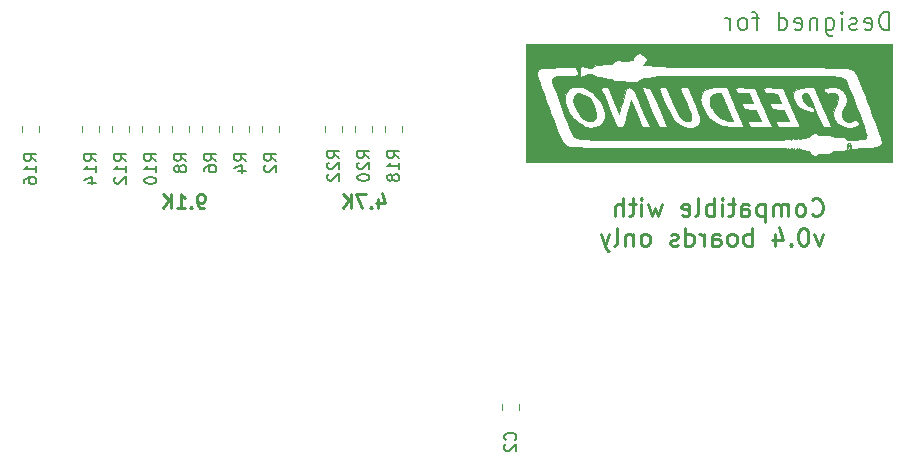
<source format=gbo>
G04 #@! TF.GenerationSoftware,KiCad,Pcbnew,(5.1.7)-1*
G04 #@! TF.CreationDate,2021-04-14T19:18:07-03:00*
G04 #@! TF.ProjectId,BlackPill Adaptor,426c6163-6b50-4696-9c6c-204164617074,rev?*
G04 #@! TF.SameCoordinates,Original*
G04 #@! TF.FileFunction,Legend,Bot*
G04 #@! TF.FilePolarity,Positive*
%FSLAX46Y46*%
G04 Gerber Fmt 4.6, Leading zero omitted, Abs format (unit mm)*
G04 Created by KiCad (PCBNEW (5.1.7)-1) date 2021-04-14 19:18:07*
%MOMM*%
%LPD*%
G01*
G04 APERTURE LIST*
%ADD10C,0.250000*%
%ADD11C,0.200000*%
%ADD12C,0.010000*%
%ADD13C,0.120000*%
%ADD14C,0.150000*%
G04 APERTURE END LIST*
D10*
X186010285Y-98853714D02*
X186081714Y-98925142D01*
X186296000Y-98996571D01*
X186438857Y-98996571D01*
X186653142Y-98925142D01*
X186796000Y-98782285D01*
X186867428Y-98639428D01*
X186938857Y-98353714D01*
X186938857Y-98139428D01*
X186867428Y-97853714D01*
X186796000Y-97710857D01*
X186653142Y-97568000D01*
X186438857Y-97496571D01*
X186296000Y-97496571D01*
X186081714Y-97568000D01*
X186010285Y-97639428D01*
X185153142Y-98996571D02*
X185296000Y-98925142D01*
X185367428Y-98853714D01*
X185438857Y-98710857D01*
X185438857Y-98282285D01*
X185367428Y-98139428D01*
X185296000Y-98068000D01*
X185153142Y-97996571D01*
X184938857Y-97996571D01*
X184796000Y-98068000D01*
X184724571Y-98139428D01*
X184653142Y-98282285D01*
X184653142Y-98710857D01*
X184724571Y-98853714D01*
X184796000Y-98925142D01*
X184938857Y-98996571D01*
X185153142Y-98996571D01*
X184010285Y-98996571D02*
X184010285Y-97996571D01*
X184010285Y-98139428D02*
X183938857Y-98068000D01*
X183796000Y-97996571D01*
X183581714Y-97996571D01*
X183438857Y-98068000D01*
X183367428Y-98210857D01*
X183367428Y-98996571D01*
X183367428Y-98210857D02*
X183296000Y-98068000D01*
X183153142Y-97996571D01*
X182938857Y-97996571D01*
X182796000Y-98068000D01*
X182724571Y-98210857D01*
X182724571Y-98996571D01*
X182010285Y-97996571D02*
X182010285Y-99496571D01*
X182010285Y-98068000D02*
X181867428Y-97996571D01*
X181581714Y-97996571D01*
X181438857Y-98068000D01*
X181367428Y-98139428D01*
X181296000Y-98282285D01*
X181296000Y-98710857D01*
X181367428Y-98853714D01*
X181438857Y-98925142D01*
X181581714Y-98996571D01*
X181867428Y-98996571D01*
X182010285Y-98925142D01*
X180010285Y-98996571D02*
X180010285Y-98210857D01*
X180081714Y-98068000D01*
X180224571Y-97996571D01*
X180510285Y-97996571D01*
X180653142Y-98068000D01*
X180010285Y-98925142D02*
X180153142Y-98996571D01*
X180510285Y-98996571D01*
X180653142Y-98925142D01*
X180724571Y-98782285D01*
X180724571Y-98639428D01*
X180653142Y-98496571D01*
X180510285Y-98425142D01*
X180153142Y-98425142D01*
X180010285Y-98353714D01*
X179510285Y-97996571D02*
X178938857Y-97996571D01*
X179296000Y-97496571D02*
X179296000Y-98782285D01*
X179224571Y-98925142D01*
X179081714Y-98996571D01*
X178938857Y-98996571D01*
X178438857Y-98996571D02*
X178438857Y-97996571D01*
X178438857Y-97496571D02*
X178510285Y-97568000D01*
X178438857Y-97639428D01*
X178367428Y-97568000D01*
X178438857Y-97496571D01*
X178438857Y-97639428D01*
X177724571Y-98996571D02*
X177724571Y-97496571D01*
X177724571Y-98068000D02*
X177581714Y-97996571D01*
X177296000Y-97996571D01*
X177153142Y-98068000D01*
X177081714Y-98139428D01*
X177010285Y-98282285D01*
X177010285Y-98710857D01*
X177081714Y-98853714D01*
X177153142Y-98925142D01*
X177296000Y-98996571D01*
X177581714Y-98996571D01*
X177724571Y-98925142D01*
X176153142Y-98996571D02*
X176296000Y-98925142D01*
X176367428Y-98782285D01*
X176367428Y-97496571D01*
X175010285Y-98925142D02*
X175153142Y-98996571D01*
X175438857Y-98996571D01*
X175581714Y-98925142D01*
X175653142Y-98782285D01*
X175653142Y-98210857D01*
X175581714Y-98068000D01*
X175438857Y-97996571D01*
X175153142Y-97996571D01*
X175010285Y-98068000D01*
X174938857Y-98210857D01*
X174938857Y-98353714D01*
X175653142Y-98496571D01*
X173296000Y-97996571D02*
X173010285Y-98996571D01*
X172724571Y-98282285D01*
X172438857Y-98996571D01*
X172153142Y-97996571D01*
X171581714Y-98996571D02*
X171581714Y-97996571D01*
X171581714Y-97496571D02*
X171653142Y-97568000D01*
X171581714Y-97639428D01*
X171510285Y-97568000D01*
X171581714Y-97496571D01*
X171581714Y-97639428D01*
X171081714Y-97996571D02*
X170510285Y-97996571D01*
X170867428Y-97496571D02*
X170867428Y-98782285D01*
X170796000Y-98925142D01*
X170653142Y-98996571D01*
X170510285Y-98996571D01*
X170010285Y-98996571D02*
X170010285Y-97496571D01*
X169367428Y-98996571D02*
X169367428Y-98210857D01*
X169438857Y-98068000D01*
X169581714Y-97996571D01*
X169796000Y-97996571D01*
X169938857Y-98068000D01*
X170010285Y-98139428D01*
X186938857Y-100496571D02*
X186581714Y-101496571D01*
X186224571Y-100496571D01*
X185367428Y-99996571D02*
X185224571Y-99996571D01*
X185081714Y-100068000D01*
X185010285Y-100139428D01*
X184938857Y-100282285D01*
X184867428Y-100568000D01*
X184867428Y-100925142D01*
X184938857Y-101210857D01*
X185010285Y-101353714D01*
X185081714Y-101425142D01*
X185224571Y-101496571D01*
X185367428Y-101496571D01*
X185510285Y-101425142D01*
X185581714Y-101353714D01*
X185653142Y-101210857D01*
X185724571Y-100925142D01*
X185724571Y-100568000D01*
X185653142Y-100282285D01*
X185581714Y-100139428D01*
X185510285Y-100068000D01*
X185367428Y-99996571D01*
X184224571Y-101353714D02*
X184153142Y-101425142D01*
X184224571Y-101496571D01*
X184296000Y-101425142D01*
X184224571Y-101353714D01*
X184224571Y-101496571D01*
X182867428Y-100496571D02*
X182867428Y-101496571D01*
X183224571Y-99925142D02*
X183581714Y-100996571D01*
X182653142Y-100996571D01*
X180938857Y-101496571D02*
X180938857Y-99996571D01*
X180938857Y-100568000D02*
X180796000Y-100496571D01*
X180510285Y-100496571D01*
X180367428Y-100568000D01*
X180296000Y-100639428D01*
X180224571Y-100782285D01*
X180224571Y-101210857D01*
X180296000Y-101353714D01*
X180367428Y-101425142D01*
X180510285Y-101496571D01*
X180796000Y-101496571D01*
X180938857Y-101425142D01*
X179367428Y-101496571D02*
X179510285Y-101425142D01*
X179581714Y-101353714D01*
X179653142Y-101210857D01*
X179653142Y-100782285D01*
X179581714Y-100639428D01*
X179510285Y-100568000D01*
X179367428Y-100496571D01*
X179153142Y-100496571D01*
X179010285Y-100568000D01*
X178938857Y-100639428D01*
X178867428Y-100782285D01*
X178867428Y-101210857D01*
X178938857Y-101353714D01*
X179010285Y-101425142D01*
X179153142Y-101496571D01*
X179367428Y-101496571D01*
X177581714Y-101496571D02*
X177581714Y-100710857D01*
X177653142Y-100568000D01*
X177796000Y-100496571D01*
X178081714Y-100496571D01*
X178224571Y-100568000D01*
X177581714Y-101425142D02*
X177724571Y-101496571D01*
X178081714Y-101496571D01*
X178224571Y-101425142D01*
X178296000Y-101282285D01*
X178296000Y-101139428D01*
X178224571Y-100996571D01*
X178081714Y-100925142D01*
X177724571Y-100925142D01*
X177581714Y-100853714D01*
X176867428Y-101496571D02*
X176867428Y-100496571D01*
X176867428Y-100782285D02*
X176796000Y-100639428D01*
X176724571Y-100568000D01*
X176581714Y-100496571D01*
X176438857Y-100496571D01*
X175296000Y-101496571D02*
X175296000Y-99996571D01*
X175296000Y-101425142D02*
X175438857Y-101496571D01*
X175724571Y-101496571D01*
X175867428Y-101425142D01*
X175938857Y-101353714D01*
X176010285Y-101210857D01*
X176010285Y-100782285D01*
X175938857Y-100639428D01*
X175867428Y-100568000D01*
X175724571Y-100496571D01*
X175438857Y-100496571D01*
X175296000Y-100568000D01*
X174653142Y-101425142D02*
X174510285Y-101496571D01*
X174224571Y-101496571D01*
X174081714Y-101425142D01*
X174010285Y-101282285D01*
X174010285Y-101210857D01*
X174081714Y-101068000D01*
X174224571Y-100996571D01*
X174438857Y-100996571D01*
X174581714Y-100925142D01*
X174653142Y-100782285D01*
X174653142Y-100710857D01*
X174581714Y-100568000D01*
X174438857Y-100496571D01*
X174224571Y-100496571D01*
X174081714Y-100568000D01*
X172010285Y-101496571D02*
X172153142Y-101425142D01*
X172224571Y-101353714D01*
X172296000Y-101210857D01*
X172296000Y-100782285D01*
X172224571Y-100639428D01*
X172153142Y-100568000D01*
X172010285Y-100496571D01*
X171796000Y-100496571D01*
X171653142Y-100568000D01*
X171581714Y-100639428D01*
X171510285Y-100782285D01*
X171510285Y-101210857D01*
X171581714Y-101353714D01*
X171653142Y-101425142D01*
X171796000Y-101496571D01*
X172010285Y-101496571D01*
X170867428Y-100496571D02*
X170867428Y-101496571D01*
X170867428Y-100639428D02*
X170796000Y-100568000D01*
X170653142Y-100496571D01*
X170438857Y-100496571D01*
X170296000Y-100568000D01*
X170224571Y-100710857D01*
X170224571Y-101496571D01*
X169296000Y-101496571D02*
X169438857Y-101425142D01*
X169510285Y-101282285D01*
X169510285Y-99996571D01*
X168867428Y-100496571D02*
X168510285Y-101496571D01*
X168153142Y-100496571D02*
X168510285Y-101496571D01*
X168653142Y-101853714D01*
X168724571Y-101925142D01*
X168867428Y-101996571D01*
X149310571Y-97532857D02*
X149310571Y-98332857D01*
X149596285Y-97075714D02*
X149882000Y-97932857D01*
X149139142Y-97932857D01*
X148682000Y-98218571D02*
X148624857Y-98275714D01*
X148682000Y-98332857D01*
X148739142Y-98275714D01*
X148682000Y-98218571D01*
X148682000Y-98332857D01*
X148224857Y-97132857D02*
X147424857Y-97132857D01*
X147939142Y-98332857D01*
X146967714Y-98332857D02*
X146967714Y-97132857D01*
X146282000Y-98332857D02*
X146796285Y-97647142D01*
X146282000Y-97132857D02*
X146967714Y-97818571D01*
D11*
X192552857Y-83228571D02*
X192552857Y-81728571D01*
X192195714Y-81728571D01*
X191981428Y-81800000D01*
X191838571Y-81942857D01*
X191767142Y-82085714D01*
X191695714Y-82371428D01*
X191695714Y-82585714D01*
X191767142Y-82871428D01*
X191838571Y-83014285D01*
X191981428Y-83157142D01*
X192195714Y-83228571D01*
X192552857Y-83228571D01*
X190481428Y-83157142D02*
X190624285Y-83228571D01*
X190910000Y-83228571D01*
X191052857Y-83157142D01*
X191124285Y-83014285D01*
X191124285Y-82442857D01*
X191052857Y-82300000D01*
X190910000Y-82228571D01*
X190624285Y-82228571D01*
X190481428Y-82300000D01*
X190410000Y-82442857D01*
X190410000Y-82585714D01*
X191124285Y-82728571D01*
X189838571Y-83157142D02*
X189695714Y-83228571D01*
X189410000Y-83228571D01*
X189267142Y-83157142D01*
X189195714Y-83014285D01*
X189195714Y-82942857D01*
X189267142Y-82800000D01*
X189410000Y-82728571D01*
X189624285Y-82728571D01*
X189767142Y-82657142D01*
X189838571Y-82514285D01*
X189838571Y-82442857D01*
X189767142Y-82300000D01*
X189624285Y-82228571D01*
X189410000Y-82228571D01*
X189267142Y-82300000D01*
X188552857Y-83228571D02*
X188552857Y-82228571D01*
X188552857Y-81728571D02*
X188624285Y-81800000D01*
X188552857Y-81871428D01*
X188481428Y-81800000D01*
X188552857Y-81728571D01*
X188552857Y-81871428D01*
X187195714Y-82228571D02*
X187195714Y-83442857D01*
X187267142Y-83585714D01*
X187338571Y-83657142D01*
X187481428Y-83728571D01*
X187695714Y-83728571D01*
X187838571Y-83657142D01*
X187195714Y-83157142D02*
X187338571Y-83228571D01*
X187624285Y-83228571D01*
X187767142Y-83157142D01*
X187838571Y-83085714D01*
X187910000Y-82942857D01*
X187910000Y-82514285D01*
X187838571Y-82371428D01*
X187767142Y-82300000D01*
X187624285Y-82228571D01*
X187338571Y-82228571D01*
X187195714Y-82300000D01*
X186481428Y-82228571D02*
X186481428Y-83228571D01*
X186481428Y-82371428D02*
X186410000Y-82300000D01*
X186267142Y-82228571D01*
X186052857Y-82228571D01*
X185910000Y-82300000D01*
X185838571Y-82442857D01*
X185838571Y-83228571D01*
X184552857Y-83157142D02*
X184695714Y-83228571D01*
X184981428Y-83228571D01*
X185124285Y-83157142D01*
X185195714Y-83014285D01*
X185195714Y-82442857D01*
X185124285Y-82300000D01*
X184981428Y-82228571D01*
X184695714Y-82228571D01*
X184552857Y-82300000D01*
X184481428Y-82442857D01*
X184481428Y-82585714D01*
X185195714Y-82728571D01*
X183195714Y-83228571D02*
X183195714Y-81728571D01*
X183195714Y-83157142D02*
X183338571Y-83228571D01*
X183624285Y-83228571D01*
X183767142Y-83157142D01*
X183838571Y-83085714D01*
X183910000Y-82942857D01*
X183910000Y-82514285D01*
X183838571Y-82371428D01*
X183767142Y-82300000D01*
X183624285Y-82228571D01*
X183338571Y-82228571D01*
X183195714Y-82300000D01*
X181552857Y-82228571D02*
X180981428Y-82228571D01*
X181338571Y-83228571D02*
X181338571Y-81942857D01*
X181267142Y-81800000D01*
X181124285Y-81728571D01*
X180981428Y-81728571D01*
X180267142Y-83228571D02*
X180410000Y-83157142D01*
X180481428Y-83085714D01*
X180552857Y-82942857D01*
X180552857Y-82514285D01*
X180481428Y-82371428D01*
X180410000Y-82300000D01*
X180267142Y-82228571D01*
X180052857Y-82228571D01*
X179910000Y-82300000D01*
X179838571Y-82371428D01*
X179767142Y-82514285D01*
X179767142Y-82942857D01*
X179838571Y-83085714D01*
X179910000Y-83157142D01*
X180052857Y-83228571D01*
X180267142Y-83228571D01*
X179124285Y-83228571D02*
X179124285Y-82228571D01*
X179124285Y-82514285D02*
X179052857Y-82371428D01*
X178981428Y-82300000D01*
X178838571Y-82228571D01*
X178695714Y-82228571D01*
D10*
X134527714Y-98332857D02*
X134299142Y-98332857D01*
X134184857Y-98275714D01*
X134127714Y-98218571D01*
X134013428Y-98047142D01*
X133956285Y-97818571D01*
X133956285Y-97361428D01*
X134013428Y-97247142D01*
X134070571Y-97190000D01*
X134184857Y-97132857D01*
X134413428Y-97132857D01*
X134527714Y-97190000D01*
X134584857Y-97247142D01*
X134642000Y-97361428D01*
X134642000Y-97647142D01*
X134584857Y-97761428D01*
X134527714Y-97818571D01*
X134413428Y-97875714D01*
X134184857Y-97875714D01*
X134070571Y-97818571D01*
X134013428Y-97761428D01*
X133956285Y-97647142D01*
X133442000Y-98218571D02*
X133384857Y-98275714D01*
X133442000Y-98332857D01*
X133499142Y-98275714D01*
X133442000Y-98218571D01*
X133442000Y-98332857D01*
X132242000Y-98332857D02*
X132927714Y-98332857D01*
X132584857Y-98332857D02*
X132584857Y-97132857D01*
X132699142Y-97304285D01*
X132813428Y-97418571D01*
X132927714Y-97475714D01*
X131727714Y-98332857D02*
X131727714Y-97132857D01*
X131042000Y-98332857D02*
X131556285Y-97647142D01*
X131042000Y-97132857D02*
X131727714Y-97818571D01*
D12*
G36*
X177692660Y-88638163D02*
G01*
X177480983Y-88791998D01*
X177383196Y-89060244D01*
X177373936Y-89211072D01*
X177412291Y-89524831D01*
X177507112Y-89834556D01*
X177532979Y-89890151D01*
X177786296Y-90255278D01*
X178130707Y-90573298D01*
X178522418Y-90814114D01*
X178917637Y-90947633D01*
X179096726Y-90964774D01*
X179324666Y-90964774D01*
X178316194Y-88591844D01*
X178027167Y-88590244D01*
X177692660Y-88638163D01*
G37*
X177692660Y-88638163D02*
X177480983Y-88791998D01*
X177383196Y-89060244D01*
X177373936Y-89211072D01*
X177412291Y-89524831D01*
X177507112Y-89834556D01*
X177532979Y-89890151D01*
X177786296Y-90255278D01*
X178130707Y-90573298D01*
X178522418Y-90814114D01*
X178917637Y-90947633D01*
X179096726Y-90964774D01*
X179324666Y-90964774D01*
X178316194Y-88591844D01*
X178027167Y-88590244D01*
X177692660Y-88638163D01*
G36*
X166042850Y-88658964D02*
G01*
X165955090Y-88761455D01*
X165853776Y-88960348D01*
X165831389Y-89184341D01*
X165889421Y-89475233D01*
X165991268Y-89774914D01*
X166205613Y-90219623D01*
X166471703Y-90573659D01*
X166768934Y-90823030D01*
X167076701Y-90953747D01*
X167374401Y-90951817D01*
X167580143Y-90853833D01*
X167698554Y-90672961D01*
X167729843Y-90396076D01*
X167684340Y-90058909D01*
X167572376Y-89697193D01*
X167404283Y-89346658D01*
X167190390Y-89043036D01*
X167005805Y-88867353D01*
X166742918Y-88717081D01*
X166454414Y-88620642D01*
X166408803Y-88612935D01*
X166181886Y-88600971D01*
X166042850Y-88658964D01*
G37*
X166042850Y-88658964D02*
X165955090Y-88761455D01*
X165853776Y-88960348D01*
X165831389Y-89184341D01*
X165889421Y-89475233D01*
X165991268Y-89774914D01*
X166205613Y-90219623D01*
X166471703Y-90573659D01*
X166768934Y-90823030D01*
X167076701Y-90953747D01*
X167374401Y-90951817D01*
X167580143Y-90853833D01*
X167698554Y-90672961D01*
X167729843Y-90396076D01*
X167684340Y-90058909D01*
X167572376Y-89697193D01*
X167404283Y-89346658D01*
X167190390Y-89043036D01*
X167005805Y-88867353D01*
X166742918Y-88717081D01*
X166454414Y-88620642D01*
X166408803Y-88612935D01*
X166181886Y-88600971D01*
X166042850Y-88658964D01*
G36*
X184939312Y-93286280D02*
G01*
X184950559Y-93334990D01*
X184993936Y-93340903D01*
X185061378Y-93310924D01*
X185048559Y-93286280D01*
X184951321Y-93276474D01*
X184939312Y-93286280D01*
G37*
X184939312Y-93286280D02*
X184950559Y-93334990D01*
X184993936Y-93340903D01*
X185061378Y-93310924D01*
X185048559Y-93286280D01*
X184951321Y-93276474D01*
X184939312Y-93286280D01*
G36*
X189070860Y-92851854D02*
G01*
X189028571Y-93031032D01*
X189013114Y-93299936D01*
X189130782Y-93054129D01*
X189237748Y-92830679D01*
X189162439Y-92780665D01*
X189070860Y-92851854D01*
G37*
X189070860Y-92851854D02*
X189028571Y-93031032D01*
X189013114Y-93299936D01*
X189130782Y-93054129D01*
X189237748Y-92830679D01*
X189162439Y-92780665D01*
X189070860Y-92851854D01*
G36*
X161806194Y-94406065D02*
G01*
X192777806Y-94406065D01*
X192777806Y-92845032D01*
X191940025Y-92845032D01*
X191872984Y-92987443D01*
X191716291Y-93091115D01*
X191452098Y-93163050D01*
X191062556Y-93210250D01*
X190529817Y-93239716D01*
X190441504Y-93242869D01*
X189349421Y-93279907D01*
X189322485Y-93044815D01*
X189260275Y-92845640D01*
X189246711Y-92836632D01*
X189231032Y-93091877D01*
X189201291Y-93260949D01*
X189118565Y-93374706D01*
X188955655Y-93444350D01*
X188685362Y-93481083D01*
X188280488Y-93496107D01*
X188248299Y-93496607D01*
X187921022Y-93512659D01*
X187729703Y-93552779D01*
X187647456Y-93622738D01*
X187646213Y-93625823D01*
X187581447Y-93691701D01*
X187430361Y-93723577D01*
X187160380Y-93726602D01*
X187037549Y-93722053D01*
X186707321Y-93718096D01*
X186514348Y-93744412D01*
X186434236Y-93804386D01*
X186433659Y-93805844D01*
X186327372Y-93905801D01*
X186158783Y-93884624D01*
X185964985Y-93751460D01*
X185891382Y-93672115D01*
X185744741Y-93523702D01*
X185583813Y-93450896D01*
X185341996Y-93427474D01*
X185267054Y-93426308D01*
X184991239Y-93404598D01*
X184824249Y-93350372D01*
X184795925Y-93320419D01*
X184742115Y-93260164D01*
X184700333Y-93320419D01*
X184606818Y-93415011D01*
X184572595Y-93422839D01*
X184530036Y-93372238D01*
X184543290Y-93340903D01*
X184536794Y-93265401D01*
X184507158Y-93258968D01*
X184423722Y-93318446D01*
X184420387Y-93340903D01*
X184357399Y-93419690D01*
X184333616Y-93422839D01*
X184284681Y-93372642D01*
X184297484Y-93340903D01*
X184290988Y-93265401D01*
X184261352Y-93258968D01*
X184179916Y-93323680D01*
X184173326Y-93361387D01*
X184144821Y-93404323D01*
X184091391Y-93340903D01*
X184014263Y-93259196D01*
X183940958Y-93324508D01*
X183930029Y-93340903D01*
X183862819Y-93407767D01*
X183848093Y-93361387D01*
X183808529Y-93272550D01*
X183785387Y-93268671D01*
X183682968Y-93267407D01*
X183597236Y-93265774D01*
X183358157Y-93263872D01*
X182976252Y-93261733D01*
X182462043Y-93259395D01*
X181826055Y-93256892D01*
X181078808Y-93254258D01*
X180230826Y-93251530D01*
X179292632Y-93248741D01*
X178274747Y-93245928D01*
X177187694Y-93243125D01*
X176041996Y-93240368D01*
X174848176Y-93237691D01*
X174629097Y-93237220D01*
X173217544Y-93234109D01*
X171960554Y-93231024D01*
X170848821Y-93227797D01*
X169873036Y-93224257D01*
X169023893Y-93220237D01*
X168292084Y-93215565D01*
X167668302Y-93210072D01*
X167143238Y-93203589D01*
X166707587Y-93195947D01*
X166352041Y-93186975D01*
X166067291Y-93176504D01*
X165844032Y-93164366D01*
X165672955Y-93150389D01*
X165544753Y-93134406D01*
X165450119Y-93116245D01*
X165379746Y-93095738D01*
X165324326Y-93072715D01*
X165313734Y-93067554D01*
X165085413Y-92922539D01*
X164908757Y-92757087D01*
X164886466Y-92726627D01*
X164819364Y-92591610D01*
X164706506Y-92327677D01*
X164555928Y-91956284D01*
X164375664Y-91498885D01*
X164173748Y-90976938D01*
X163958216Y-90411897D01*
X163737101Y-89825218D01*
X163518440Y-89238357D01*
X163310266Y-88672769D01*
X163120614Y-88149910D01*
X162957519Y-87691235D01*
X162829016Y-87318200D01*
X162743140Y-87052261D01*
X162707924Y-86914873D01*
X162707484Y-86907960D01*
X162727336Y-86759513D01*
X162799464Y-86644897D01*
X162942730Y-86558882D01*
X163175993Y-86496237D01*
X163518112Y-86451734D01*
X163987949Y-86420141D01*
X164546210Y-86398079D01*
X165982932Y-86351656D01*
X166106821Y-86648164D01*
X166186860Y-86859871D01*
X166228865Y-87010287D01*
X166230710Y-87029239D01*
X166151453Y-87069132D01*
X165923734Y-87097151D01*
X165562627Y-87111875D01*
X165334753Y-87113806D01*
X164828000Y-87122061D01*
X164463994Y-87150665D01*
X164222264Y-87205375D01*
X164082338Y-87291952D01*
X164023743Y-87416153D01*
X164018452Y-87484069D01*
X164046764Y-87610820D01*
X164125631Y-87865489D01*
X164245954Y-88223369D01*
X164398628Y-88659754D01*
X164574554Y-89149935D01*
X164764629Y-89669205D01*
X164959752Y-90192858D01*
X165150820Y-90696186D01*
X165328733Y-91154481D01*
X165484388Y-91543037D01*
X165608684Y-91837145D01*
X165672706Y-91974682D01*
X165715615Y-92066025D01*
X165753172Y-92147389D01*
X165794581Y-92219373D01*
X165849043Y-92282577D01*
X165925760Y-92337601D01*
X166033935Y-92385043D01*
X166182770Y-92425503D01*
X166381468Y-92459580D01*
X166639230Y-92487875D01*
X166965260Y-92510987D01*
X167368759Y-92529515D01*
X167858929Y-92544058D01*
X168444974Y-92555217D01*
X169136095Y-92563590D01*
X169941495Y-92569777D01*
X170870376Y-92574379D01*
X171931940Y-92577993D01*
X173135389Y-92581220D01*
X174489927Y-92584659D01*
X175059258Y-92586182D01*
X176561675Y-92589553D01*
X177929229Y-92591067D01*
X179158903Y-92590744D01*
X180247680Y-92588604D01*
X181192542Y-92584666D01*
X181990472Y-92578951D01*
X182638452Y-92571477D01*
X183133465Y-92562263D01*
X183472493Y-92551331D01*
X183652519Y-92538699D01*
X183682968Y-92530156D01*
X183751137Y-92483285D01*
X183887806Y-92487609D01*
X184052398Y-92482694D01*
X184093900Y-92420731D01*
X184120296Y-92373938D01*
X184175835Y-92439613D01*
X184252963Y-92521320D01*
X184326268Y-92456009D01*
X184337197Y-92439613D01*
X184403341Y-92378362D01*
X184419132Y-92408887D01*
X184490214Y-92478187D01*
X184625226Y-92501065D01*
X184779655Y-92469502D01*
X184831319Y-92408887D01*
X184868210Y-92385126D01*
X184919493Y-92439613D01*
X185001260Y-92513801D01*
X185047969Y-92460097D01*
X185150050Y-92393423D01*
X185351331Y-92359071D01*
X185404494Y-92357677D01*
X185665539Y-92321641D01*
X185847206Y-92192753D01*
X185880587Y-92152839D01*
X186034228Y-92024723D01*
X186217598Y-91954850D01*
X186378549Y-91951957D01*
X186464932Y-92024779D01*
X186468774Y-92054303D01*
X186513225Y-92111974D01*
X186663722Y-92136059D01*
X186945979Y-92129994D01*
X187007787Y-92126283D01*
X187344947Y-92120383D01*
X187569574Y-92149684D01*
X187638690Y-92183852D01*
X187764479Y-92232131D01*
X187999372Y-92265411D01*
X188246774Y-92275742D01*
X188562108Y-92287808D01*
X188765636Y-92332416D01*
X188908208Y-92422177D01*
X188933231Y-92446005D01*
X189035763Y-92531750D01*
X189156188Y-92576539D01*
X189338652Y-92586608D01*
X189627306Y-92568197D01*
X189732101Y-92558885D01*
X190141350Y-92511784D01*
X190411945Y-92452042D01*
X190569093Y-92368641D01*
X190638004Y-92250562D01*
X190647484Y-92158783D01*
X190618083Y-92023372D01*
X190536134Y-91760775D01*
X190411020Y-91395524D01*
X190340230Y-91197994D01*
X190098593Y-91197994D01*
X189819974Y-91367852D01*
X189434583Y-91510556D01*
X188997699Y-91514915D01*
X188800273Y-91456387D01*
X184979559Y-91456387D01*
X184042461Y-91456387D01*
X182610505Y-91456387D01*
X181669870Y-91456387D01*
X180242147Y-91456387D01*
X179473827Y-91456387D01*
X179016509Y-91440774D01*
X178626451Y-91397496D01*
X178366563Y-91336801D01*
X177807472Y-91060682D01*
X177535861Y-90838802D01*
X176570067Y-90838802D01*
X176560101Y-91044885D01*
X176491433Y-91199716D01*
X176366711Y-91322491D01*
X176281927Y-91379220D01*
X175917208Y-91511169D01*
X175494079Y-91516257D01*
X175279924Y-91456387D01*
X173754398Y-91456387D01*
X173052977Y-91456387D01*
X172286634Y-91456387D01*
X171662809Y-91456387D01*
X171179501Y-90315021D01*
X170696194Y-89173654D01*
X170524970Y-89843892D01*
X170384966Y-90388027D01*
X170275848Y-90793572D01*
X170188626Y-91080882D01*
X170114307Y-91270309D01*
X170043899Y-91382210D01*
X169968411Y-91436937D01*
X169878852Y-91454846D01*
X169812639Y-91456387D01*
X169548179Y-91456387D01*
X169025353Y-90246773D01*
X168479825Y-90246773D01*
X168476479Y-90666229D01*
X168351200Y-91030686D01*
X168101917Y-91318413D01*
X168017737Y-91377219D01*
X167685114Y-91498640D01*
X167276642Y-91514010D01*
X166840014Y-91424940D01*
X166599419Y-91329299D01*
X166207025Y-91075613D01*
X165822557Y-90709379D01*
X165491530Y-90277550D01*
X165359484Y-90050170D01*
X165206173Y-89688961D01*
X165138699Y-89329128D01*
X165129148Y-89102520D01*
X165134363Y-88809823D01*
X165170392Y-88619262D01*
X165258030Y-88469408D01*
X165392649Y-88324133D01*
X165557701Y-88174376D01*
X165710865Y-88094067D01*
X165913657Y-88062148D01*
X166172026Y-88057338D01*
X166643802Y-88112371D01*
X167073892Y-88285284D01*
X167492689Y-88591555D01*
X167779014Y-88875721D01*
X168129019Y-89329788D01*
X168363314Y-89794049D01*
X168479825Y-90246773D01*
X169025353Y-90246773D01*
X168852186Y-89846133D01*
X168645221Y-89367018D01*
X168460182Y-88938126D01*
X168306983Y-88582484D01*
X168195539Y-88323117D01*
X168135766Y-88183049D01*
X168128882Y-88166456D01*
X168182833Y-88122797D01*
X168350828Y-88099389D01*
X168415656Y-88098082D01*
X168729742Y-88099131D01*
X169698004Y-90395107D01*
X169890070Y-89635263D01*
X169991434Y-89247767D01*
X170096050Y-88869943D01*
X170186299Y-88564744D01*
X170212918Y-88481639D01*
X170298601Y-88248980D01*
X170378936Y-88136486D01*
X170493008Y-88106590D01*
X170596513Y-88112930D01*
X170671362Y-88125793D01*
X170741356Y-88158239D01*
X170814068Y-88224793D01*
X170897069Y-88339981D01*
X170997933Y-88518328D01*
X171124231Y-88774359D01*
X171283535Y-89122601D01*
X171483418Y-89577578D01*
X171731451Y-90153816D01*
X172035208Y-90865840D01*
X172051167Y-90903323D01*
X172286634Y-91456387D01*
X173052977Y-91456387D01*
X172345714Y-89819289D01*
X172138671Y-89337966D01*
X171955550Y-88908276D01*
X171805752Y-88552606D01*
X171698678Y-88293349D01*
X171643731Y-88152892D01*
X171638452Y-88134900D01*
X171711105Y-88111250D01*
X171893684Y-88107897D01*
X171982927Y-88112805D01*
X172327403Y-88138000D01*
X173040900Y-89797194D01*
X173754398Y-91456387D01*
X175279924Y-91456387D01*
X175058021Y-91394351D01*
X175032153Y-91382864D01*
X174752502Y-91229806D01*
X174508051Y-91030373D01*
X174281501Y-90761317D01*
X174055552Y-90399387D01*
X173812905Y-89921332D01*
X173607710Y-89468388D01*
X173428605Y-89059151D01*
X173271403Y-88699029D01*
X173148532Y-88416564D01*
X173072420Y-88240299D01*
X173055190Y-88199452D01*
X173084178Y-88128362D01*
X173255641Y-88098626D01*
X173336864Y-88097032D01*
X173659905Y-88097032D01*
X174139187Y-89223645D01*
X174414975Y-89835804D01*
X174662053Y-90301115D01*
X174890257Y-90632001D01*
X175109424Y-90840888D01*
X175329390Y-90940199D01*
X175505764Y-90949790D01*
X175675452Y-90907916D01*
X175774704Y-90810449D01*
X175802035Y-90640707D01*
X175755961Y-90382004D01*
X175634996Y-90017655D01*
X175437656Y-89530977D01*
X175364356Y-89360961D01*
X175194559Y-88970728D01*
X175046495Y-88630114D01*
X174933346Y-88369466D01*
X174868294Y-88219132D01*
X174859861Y-88199452D01*
X174884701Y-88131460D01*
X175045574Y-88100428D01*
X175175724Y-88097032D01*
X175535046Y-88097032D01*
X175969935Y-89118030D01*
X176221264Y-89721082D01*
X176403297Y-90196097D01*
X176518682Y-90562272D01*
X176570067Y-90838802D01*
X177535861Y-90838802D01*
X177325138Y-90666662D01*
X176944603Y-90182690D01*
X176690908Y-89636710D01*
X176628521Y-89397211D01*
X176581215Y-89105286D01*
X176586175Y-88898665D01*
X176647800Y-88705926D01*
X176674724Y-88647001D01*
X176831501Y-88408766D01*
X177054504Y-88245578D01*
X177370204Y-88147119D01*
X177805074Y-88103073D01*
X178082770Y-88098240D01*
X178807806Y-88099447D01*
X179422323Y-89538844D01*
X179621917Y-90006288D01*
X179805656Y-90436468D01*
X179961370Y-90800901D01*
X180076891Y-91071108D01*
X180139493Y-91217314D01*
X180242147Y-91456387D01*
X181669870Y-91456387D01*
X181265755Y-91455222D01*
X180995191Y-91447563D01*
X180827859Y-91427167D01*
X180733439Y-91387789D01*
X180681611Y-91323185D01*
X180649327Y-91246214D01*
X180590487Y-91079867D01*
X180569419Y-91000408D01*
X180644396Y-90982748D01*
X180841520Y-90970002D01*
X181119085Y-90964790D01*
X181136061Y-90964774D01*
X181702702Y-90964774D01*
X181485422Y-90473161D01*
X181268143Y-89981548D01*
X180797982Y-89981548D01*
X180527245Y-89974797D01*
X180368934Y-89940397D01*
X180271728Y-89857128D01*
X180199949Y-89734270D01*
X180121655Y-89562766D01*
X180127351Y-89479376D01*
X180196731Y-89439157D01*
X180353137Y-89415609D01*
X180592526Y-89414878D01*
X180675684Y-89420145D01*
X181029981Y-89448968D01*
X180692323Y-88588970D01*
X180178198Y-88588808D01*
X179893840Y-88583207D01*
X179729231Y-88556240D01*
X179640349Y-88492320D01*
X179584166Y-88378472D01*
X179525266Y-88211004D01*
X179504258Y-88129800D01*
X179580414Y-88115914D01*
X179786005Y-88108905D01*
X180086714Y-88109395D01*
X180339647Y-88114650D01*
X181175035Y-88138000D01*
X181640491Y-89203161D01*
X181836239Y-89652375D01*
X182034015Y-90108405D01*
X182211908Y-90520604D01*
X182348011Y-90838324D01*
X182358226Y-90862355D01*
X182610505Y-91456387D01*
X184042461Y-91456387D01*
X183639233Y-91455210D01*
X183369488Y-91447491D01*
X183202840Y-91426951D01*
X183108902Y-91387310D01*
X183057288Y-91322288D01*
X183025456Y-91246214D01*
X182966616Y-91079867D01*
X182945548Y-91000408D01*
X183020525Y-90982748D01*
X183217649Y-90970002D01*
X183495214Y-90964790D01*
X183512190Y-90964774D01*
X184078831Y-90964774D01*
X183861551Y-90473161D01*
X183644272Y-89981548D01*
X183174111Y-89981548D01*
X182903374Y-89974797D01*
X182745063Y-89940397D01*
X182647857Y-89857128D01*
X182576078Y-89734270D01*
X182497784Y-89562766D01*
X182503481Y-89479376D01*
X182572860Y-89439157D01*
X182728786Y-89415704D01*
X182968683Y-89414707D01*
X183056787Y-89420145D01*
X183416059Y-89448968D01*
X183236835Y-89039290D01*
X183057611Y-88629613D01*
X182547385Y-88605127D01*
X182262159Y-88584772D01*
X182096753Y-88546735D01*
X182007115Y-88473754D01*
X181958773Y-88374471D01*
X181900565Y-88208590D01*
X181880387Y-88129800D01*
X181956545Y-88115917D01*
X182162146Y-88108907D01*
X182462881Y-88109391D01*
X182716177Y-88114650D01*
X183551967Y-88138000D01*
X184265763Y-89797194D01*
X184979559Y-91456387D01*
X188800273Y-91456387D01*
X188553495Y-91383229D01*
X187602215Y-91383229D01*
X187546729Y-91426990D01*
X187374902Y-91452434D01*
X187274473Y-91455149D01*
X186919419Y-91453910D01*
X186305651Y-90021278D01*
X186083106Y-89506549D01*
X185910304Y-89125758D01*
X185774364Y-88861412D01*
X185662403Y-88696017D01*
X185561541Y-88612077D01*
X185458897Y-88592100D01*
X185341590Y-88618589D01*
X185287411Y-88638379D01*
X185164572Y-88754841D01*
X185149852Y-88940678D01*
X185224665Y-89161344D01*
X185370423Y-89382294D01*
X185568540Y-89568982D01*
X185800429Y-89686863D01*
X185859197Y-89701107D01*
X186046487Y-89749452D01*
X186139836Y-89799408D01*
X186142151Y-89806312D01*
X186162169Y-89918194D01*
X186195950Y-90055524D01*
X186218770Y-90176556D01*
X186174392Y-90223978D01*
X186025090Y-90215824D01*
X185900538Y-90196740D01*
X185413237Y-90056460D01*
X184995008Y-89814939D01*
X184674265Y-89495363D01*
X184479422Y-89120918D01*
X184452396Y-89014978D01*
X184429817Y-88665185D01*
X184526181Y-88405030D01*
X184749571Y-88227982D01*
X185108064Y-88127508D01*
X185587998Y-88097032D01*
X186190198Y-88097032D01*
X186882551Y-89703552D01*
X187088759Y-90182473D01*
X187273081Y-90611402D01*
X187425604Y-90967200D01*
X187536414Y-91226729D01*
X187595597Y-91366852D01*
X187602215Y-91383229D01*
X188553495Y-91383229D01*
X188550023Y-91382200D01*
X188183452Y-91134319D01*
X187920658Y-90787406D01*
X187808164Y-90471886D01*
X187799432Y-90279282D01*
X187855891Y-90046606D01*
X187989198Y-89729932D01*
X188024928Y-89655090D01*
X188178579Y-89303493D01*
X188246049Y-89052850D01*
X188239354Y-88881976D01*
X188111965Y-88671855D01*
X187891050Y-88556105D01*
X187630449Y-88557417D01*
X187542742Y-88588390D01*
X187387559Y-88633406D01*
X187255670Y-88581667D01*
X187135143Y-88472903D01*
X186928222Y-88265981D01*
X187228447Y-88140539D01*
X187597757Y-88032198D01*
X187941693Y-88045857D01*
X188323366Y-88184346D01*
X188335428Y-88190153D01*
X188671945Y-88420436D01*
X188904754Y-88719219D01*
X189006256Y-89049065D01*
X189008468Y-89103078D01*
X188972068Y-89293514D01*
X188876840Y-89564661D01*
X188758074Y-89827372D01*
X188593058Y-90222501D01*
X188551071Y-90524598D01*
X188634086Y-90751083D01*
X188844078Y-90919374D01*
X188884066Y-90939447D01*
X189081791Y-91018184D01*
X189235458Y-91013944D01*
X189425663Y-90932490D01*
X189611689Y-90850108D01*
X189730129Y-90855045D01*
X189858207Y-90957920D01*
X189898039Y-90997441D01*
X190098593Y-91197994D01*
X190340230Y-91197994D01*
X190252125Y-90952151D01*
X190068829Y-90455189D01*
X189870517Y-89929168D01*
X189666570Y-89398623D01*
X189466372Y-88888084D01*
X189279305Y-88422083D01*
X189114752Y-88025154D01*
X188982094Y-87721827D01*
X188890716Y-87536635D01*
X188864642Y-87497320D01*
X188808641Y-87434364D01*
X188752823Y-87378702D01*
X188687297Y-87329886D01*
X188602171Y-87287465D01*
X188487554Y-87250991D01*
X188333553Y-87220015D01*
X188130276Y-87194089D01*
X187867834Y-87172764D01*
X187536333Y-87155590D01*
X187125881Y-87142119D01*
X186626588Y-87131902D01*
X186028562Y-87124490D01*
X185321910Y-87119434D01*
X184496742Y-87116285D01*
X183543165Y-87114595D01*
X182451288Y-87113915D01*
X181211219Y-87113796D01*
X180413016Y-87113806D01*
X178938810Y-87114671D01*
X177613727Y-87117254D01*
X176439427Y-87121538D01*
X175417570Y-87127506D01*
X174549816Y-87135139D01*
X173837823Y-87144421D01*
X173283253Y-87155335D01*
X172887764Y-87167862D01*
X172653016Y-87181986D01*
X172580710Y-87195742D01*
X172476417Y-87241867D01*
X172263704Y-87271586D01*
X172096226Y-87277677D01*
X171800397Y-87295821D01*
X171596930Y-87364621D01*
X171441356Y-87482516D01*
X171209273Y-87635367D01*
X170919775Y-87686650D01*
X170869499Y-87687355D01*
X170641077Y-87675716D01*
X170488603Y-87646537D01*
X170464577Y-87633265D01*
X170361249Y-87608868D01*
X170140975Y-87596021D01*
X169850437Y-87597357D01*
X169835949Y-87597810D01*
X169518420Y-87600422D01*
X169329429Y-87578728D01*
X169234663Y-87526688D01*
X169212132Y-87488028D01*
X169118177Y-87401485D01*
X168904684Y-87363227D01*
X168766779Y-87359613D01*
X168524095Y-87342679D01*
X168354986Y-87299655D01*
X168315961Y-87271038D01*
X168203722Y-87219997D01*
X168071832Y-87229997D01*
X167894693Y-87222866D01*
X167664197Y-87155340D01*
X167449095Y-87054256D01*
X167318137Y-86946449D01*
X167310672Y-86932887D01*
X167227212Y-86927854D01*
X167040397Y-86976679D01*
X166877478Y-87035307D01*
X166643349Y-87125018D01*
X166478856Y-87183246D01*
X166432515Y-87195742D01*
X166411735Y-87121615D01*
X166397956Y-86930407D01*
X166394581Y-86745097D01*
X166407211Y-86467450D01*
X166465083Y-86325100D01*
X166598173Y-86300278D01*
X166836452Y-86375215D01*
X166944283Y-86419228D01*
X167143901Y-86483418D01*
X167273655Y-86489768D01*
X167289878Y-86479012D01*
X167463811Y-86352127D01*
X167766877Y-86249083D01*
X168164963Y-86179428D01*
X168438699Y-86157469D01*
X168788485Y-86130661D01*
X169019928Y-86082543D01*
X169178268Y-86001560D01*
X169234730Y-85954145D01*
X169371920Y-85851531D01*
X169530795Y-85811424D01*
X169772894Y-85821520D01*
X169853515Y-85830433D01*
X170149045Y-85849781D01*
X170436836Y-85843565D01*
X170677110Y-85816147D01*
X170830091Y-85771891D01*
X170859554Y-85720077D01*
X170875881Y-85619280D01*
X170968454Y-85473428D01*
X171091715Y-85337820D01*
X171200108Y-85267755D01*
X171229674Y-85270814D01*
X171328856Y-85256531D01*
X171351082Y-85230254D01*
X171432395Y-85232997D01*
X171585934Y-85316712D01*
X171766992Y-85447568D01*
X171930860Y-85591734D01*
X172032829Y-85715379D01*
X172046652Y-85756590D01*
X171996431Y-85864818D01*
X171873252Y-86019379D01*
X171869976Y-86022880D01*
X171691822Y-86212516D01*
X172099395Y-86212516D01*
X172351829Y-86227517D01*
X172536915Y-86265685D01*
X172586558Y-86292106D01*
X172682023Y-86306085D01*
X172936620Y-86319340D01*
X173345610Y-86331813D01*
X173904256Y-86343446D01*
X174607818Y-86354179D01*
X175451559Y-86363955D01*
X176430741Y-86372715D01*
X177540625Y-86380399D01*
X178776474Y-86386949D01*
X180133549Y-86392307D01*
X180857945Y-86394526D01*
X182197483Y-86398325D01*
X183382938Y-86401954D01*
X184424098Y-86405628D01*
X185330749Y-86409562D01*
X186112680Y-86413973D01*
X186779677Y-86419075D01*
X187341529Y-86425086D01*
X187808022Y-86432221D01*
X188188944Y-86440694D01*
X188494083Y-86450723D01*
X188733226Y-86462523D01*
X188916160Y-86476309D01*
X189052673Y-86492297D01*
X189152552Y-86510704D01*
X189225586Y-86531744D01*
X189281560Y-86555634D01*
X189327951Y-86581226D01*
X189555981Y-86746173D01*
X189742720Y-86930956D01*
X189757358Y-86949936D01*
X189822179Y-87074980D01*
X189934657Y-87331938D01*
X190086373Y-87698747D01*
X190268907Y-88153341D01*
X190473837Y-88673659D01*
X190692746Y-89237635D01*
X190917211Y-89823207D01*
X191138814Y-90408310D01*
X191349134Y-90970882D01*
X191539751Y-91488858D01*
X191702246Y-91940175D01*
X191828198Y-92302768D01*
X191909187Y-92554576D01*
X191935264Y-92656879D01*
X191940025Y-92845032D01*
X192777806Y-92845032D01*
X192777806Y-84409936D01*
X161806194Y-84409936D01*
X161806194Y-94406065D01*
G37*
X161806194Y-94406065D02*
X192777806Y-94406065D01*
X192777806Y-92845032D01*
X191940025Y-92845032D01*
X191872984Y-92987443D01*
X191716291Y-93091115D01*
X191452098Y-93163050D01*
X191062556Y-93210250D01*
X190529817Y-93239716D01*
X190441504Y-93242869D01*
X189349421Y-93279907D01*
X189322485Y-93044815D01*
X189260275Y-92845640D01*
X189246711Y-92836632D01*
X189231032Y-93091877D01*
X189201291Y-93260949D01*
X189118565Y-93374706D01*
X188955655Y-93444350D01*
X188685362Y-93481083D01*
X188280488Y-93496107D01*
X188248299Y-93496607D01*
X187921022Y-93512659D01*
X187729703Y-93552779D01*
X187647456Y-93622738D01*
X187646213Y-93625823D01*
X187581447Y-93691701D01*
X187430361Y-93723577D01*
X187160380Y-93726602D01*
X187037549Y-93722053D01*
X186707321Y-93718096D01*
X186514348Y-93744412D01*
X186434236Y-93804386D01*
X186433659Y-93805844D01*
X186327372Y-93905801D01*
X186158783Y-93884624D01*
X185964985Y-93751460D01*
X185891382Y-93672115D01*
X185744741Y-93523702D01*
X185583813Y-93450896D01*
X185341996Y-93427474D01*
X185267054Y-93426308D01*
X184991239Y-93404598D01*
X184824249Y-93350372D01*
X184795925Y-93320419D01*
X184742115Y-93260164D01*
X184700333Y-93320419D01*
X184606818Y-93415011D01*
X184572595Y-93422839D01*
X184530036Y-93372238D01*
X184543290Y-93340903D01*
X184536794Y-93265401D01*
X184507158Y-93258968D01*
X184423722Y-93318446D01*
X184420387Y-93340903D01*
X184357399Y-93419690D01*
X184333616Y-93422839D01*
X184284681Y-93372642D01*
X184297484Y-93340903D01*
X184290988Y-93265401D01*
X184261352Y-93258968D01*
X184179916Y-93323680D01*
X184173326Y-93361387D01*
X184144821Y-93404323D01*
X184091391Y-93340903D01*
X184014263Y-93259196D01*
X183940958Y-93324508D01*
X183930029Y-93340903D01*
X183862819Y-93407767D01*
X183848093Y-93361387D01*
X183808529Y-93272550D01*
X183785387Y-93268671D01*
X183682968Y-93267407D01*
X183597236Y-93265774D01*
X183358157Y-93263872D01*
X182976252Y-93261733D01*
X182462043Y-93259395D01*
X181826055Y-93256892D01*
X181078808Y-93254258D01*
X180230826Y-93251530D01*
X179292632Y-93248741D01*
X178274747Y-93245928D01*
X177187694Y-93243125D01*
X176041996Y-93240368D01*
X174848176Y-93237691D01*
X174629097Y-93237220D01*
X173217544Y-93234109D01*
X171960554Y-93231024D01*
X170848821Y-93227797D01*
X169873036Y-93224257D01*
X169023893Y-93220237D01*
X168292084Y-93215565D01*
X167668302Y-93210072D01*
X167143238Y-93203589D01*
X166707587Y-93195947D01*
X166352041Y-93186975D01*
X166067291Y-93176504D01*
X165844032Y-93164366D01*
X165672955Y-93150389D01*
X165544753Y-93134406D01*
X165450119Y-93116245D01*
X165379746Y-93095738D01*
X165324326Y-93072715D01*
X165313734Y-93067554D01*
X165085413Y-92922539D01*
X164908757Y-92757087D01*
X164886466Y-92726627D01*
X164819364Y-92591610D01*
X164706506Y-92327677D01*
X164555928Y-91956284D01*
X164375664Y-91498885D01*
X164173748Y-90976938D01*
X163958216Y-90411897D01*
X163737101Y-89825218D01*
X163518440Y-89238357D01*
X163310266Y-88672769D01*
X163120614Y-88149910D01*
X162957519Y-87691235D01*
X162829016Y-87318200D01*
X162743140Y-87052261D01*
X162707924Y-86914873D01*
X162707484Y-86907960D01*
X162727336Y-86759513D01*
X162799464Y-86644897D01*
X162942730Y-86558882D01*
X163175993Y-86496237D01*
X163518112Y-86451734D01*
X163987949Y-86420141D01*
X164546210Y-86398079D01*
X165982932Y-86351656D01*
X166106821Y-86648164D01*
X166186860Y-86859871D01*
X166228865Y-87010287D01*
X166230710Y-87029239D01*
X166151453Y-87069132D01*
X165923734Y-87097151D01*
X165562627Y-87111875D01*
X165334753Y-87113806D01*
X164828000Y-87122061D01*
X164463994Y-87150665D01*
X164222264Y-87205375D01*
X164082338Y-87291952D01*
X164023743Y-87416153D01*
X164018452Y-87484069D01*
X164046764Y-87610820D01*
X164125631Y-87865489D01*
X164245954Y-88223369D01*
X164398628Y-88659754D01*
X164574554Y-89149935D01*
X164764629Y-89669205D01*
X164959752Y-90192858D01*
X165150820Y-90696186D01*
X165328733Y-91154481D01*
X165484388Y-91543037D01*
X165608684Y-91837145D01*
X165672706Y-91974682D01*
X165715615Y-92066025D01*
X165753172Y-92147389D01*
X165794581Y-92219373D01*
X165849043Y-92282577D01*
X165925760Y-92337601D01*
X166033935Y-92385043D01*
X166182770Y-92425503D01*
X166381468Y-92459580D01*
X166639230Y-92487875D01*
X166965260Y-92510987D01*
X167368759Y-92529515D01*
X167858929Y-92544058D01*
X168444974Y-92555217D01*
X169136095Y-92563590D01*
X169941495Y-92569777D01*
X170870376Y-92574379D01*
X171931940Y-92577993D01*
X173135389Y-92581220D01*
X174489927Y-92584659D01*
X175059258Y-92586182D01*
X176561675Y-92589553D01*
X177929229Y-92591067D01*
X179158903Y-92590744D01*
X180247680Y-92588604D01*
X181192542Y-92584666D01*
X181990472Y-92578951D01*
X182638452Y-92571477D01*
X183133465Y-92562263D01*
X183472493Y-92551331D01*
X183652519Y-92538699D01*
X183682968Y-92530156D01*
X183751137Y-92483285D01*
X183887806Y-92487609D01*
X184052398Y-92482694D01*
X184093900Y-92420731D01*
X184120296Y-92373938D01*
X184175835Y-92439613D01*
X184252963Y-92521320D01*
X184326268Y-92456009D01*
X184337197Y-92439613D01*
X184403341Y-92378362D01*
X184419132Y-92408887D01*
X184490214Y-92478187D01*
X184625226Y-92501065D01*
X184779655Y-92469502D01*
X184831319Y-92408887D01*
X184868210Y-92385126D01*
X184919493Y-92439613D01*
X185001260Y-92513801D01*
X185047969Y-92460097D01*
X185150050Y-92393423D01*
X185351331Y-92359071D01*
X185404494Y-92357677D01*
X185665539Y-92321641D01*
X185847206Y-92192753D01*
X185880587Y-92152839D01*
X186034228Y-92024723D01*
X186217598Y-91954850D01*
X186378549Y-91951957D01*
X186464932Y-92024779D01*
X186468774Y-92054303D01*
X186513225Y-92111974D01*
X186663722Y-92136059D01*
X186945979Y-92129994D01*
X187007787Y-92126283D01*
X187344947Y-92120383D01*
X187569574Y-92149684D01*
X187638690Y-92183852D01*
X187764479Y-92232131D01*
X187999372Y-92265411D01*
X188246774Y-92275742D01*
X188562108Y-92287808D01*
X188765636Y-92332416D01*
X188908208Y-92422177D01*
X188933231Y-92446005D01*
X189035763Y-92531750D01*
X189156188Y-92576539D01*
X189338652Y-92586608D01*
X189627306Y-92568197D01*
X189732101Y-92558885D01*
X190141350Y-92511784D01*
X190411945Y-92452042D01*
X190569093Y-92368641D01*
X190638004Y-92250562D01*
X190647484Y-92158783D01*
X190618083Y-92023372D01*
X190536134Y-91760775D01*
X190411020Y-91395524D01*
X190340230Y-91197994D01*
X190098593Y-91197994D01*
X189819974Y-91367852D01*
X189434583Y-91510556D01*
X188997699Y-91514915D01*
X188800273Y-91456387D01*
X184979559Y-91456387D01*
X184042461Y-91456387D01*
X182610505Y-91456387D01*
X181669870Y-91456387D01*
X180242147Y-91456387D01*
X179473827Y-91456387D01*
X179016509Y-91440774D01*
X178626451Y-91397496D01*
X178366563Y-91336801D01*
X177807472Y-91060682D01*
X177535861Y-90838802D01*
X176570067Y-90838802D01*
X176560101Y-91044885D01*
X176491433Y-91199716D01*
X176366711Y-91322491D01*
X176281927Y-91379220D01*
X175917208Y-91511169D01*
X175494079Y-91516257D01*
X175279924Y-91456387D01*
X173754398Y-91456387D01*
X173052977Y-91456387D01*
X172286634Y-91456387D01*
X171662809Y-91456387D01*
X171179501Y-90315021D01*
X170696194Y-89173654D01*
X170524970Y-89843892D01*
X170384966Y-90388027D01*
X170275848Y-90793572D01*
X170188626Y-91080882D01*
X170114307Y-91270309D01*
X170043899Y-91382210D01*
X169968411Y-91436937D01*
X169878852Y-91454846D01*
X169812639Y-91456387D01*
X169548179Y-91456387D01*
X169025353Y-90246773D01*
X168479825Y-90246773D01*
X168476479Y-90666229D01*
X168351200Y-91030686D01*
X168101917Y-91318413D01*
X168017737Y-91377219D01*
X167685114Y-91498640D01*
X167276642Y-91514010D01*
X166840014Y-91424940D01*
X166599419Y-91329299D01*
X166207025Y-91075613D01*
X165822557Y-90709379D01*
X165491530Y-90277550D01*
X165359484Y-90050170D01*
X165206173Y-89688961D01*
X165138699Y-89329128D01*
X165129148Y-89102520D01*
X165134363Y-88809823D01*
X165170392Y-88619262D01*
X165258030Y-88469408D01*
X165392649Y-88324133D01*
X165557701Y-88174376D01*
X165710865Y-88094067D01*
X165913657Y-88062148D01*
X166172026Y-88057338D01*
X166643802Y-88112371D01*
X167073892Y-88285284D01*
X167492689Y-88591555D01*
X167779014Y-88875721D01*
X168129019Y-89329788D01*
X168363314Y-89794049D01*
X168479825Y-90246773D01*
X169025353Y-90246773D01*
X168852186Y-89846133D01*
X168645221Y-89367018D01*
X168460182Y-88938126D01*
X168306983Y-88582484D01*
X168195539Y-88323117D01*
X168135766Y-88183049D01*
X168128882Y-88166456D01*
X168182833Y-88122797D01*
X168350828Y-88099389D01*
X168415656Y-88098082D01*
X168729742Y-88099131D01*
X169698004Y-90395107D01*
X169890070Y-89635263D01*
X169991434Y-89247767D01*
X170096050Y-88869943D01*
X170186299Y-88564744D01*
X170212918Y-88481639D01*
X170298601Y-88248980D01*
X170378936Y-88136486D01*
X170493008Y-88106590D01*
X170596513Y-88112930D01*
X170671362Y-88125793D01*
X170741356Y-88158239D01*
X170814068Y-88224793D01*
X170897069Y-88339981D01*
X170997933Y-88518328D01*
X171124231Y-88774359D01*
X171283535Y-89122601D01*
X171483418Y-89577578D01*
X171731451Y-90153816D01*
X172035208Y-90865840D01*
X172051167Y-90903323D01*
X172286634Y-91456387D01*
X173052977Y-91456387D01*
X172345714Y-89819289D01*
X172138671Y-89337966D01*
X171955550Y-88908276D01*
X171805752Y-88552606D01*
X171698678Y-88293349D01*
X171643731Y-88152892D01*
X171638452Y-88134900D01*
X171711105Y-88111250D01*
X171893684Y-88107897D01*
X171982927Y-88112805D01*
X172327403Y-88138000D01*
X173040900Y-89797194D01*
X173754398Y-91456387D01*
X175279924Y-91456387D01*
X175058021Y-91394351D01*
X175032153Y-91382864D01*
X174752502Y-91229806D01*
X174508051Y-91030373D01*
X174281501Y-90761317D01*
X174055552Y-90399387D01*
X173812905Y-89921332D01*
X173607710Y-89468388D01*
X173428605Y-89059151D01*
X173271403Y-88699029D01*
X173148532Y-88416564D01*
X173072420Y-88240299D01*
X173055190Y-88199452D01*
X173084178Y-88128362D01*
X173255641Y-88098626D01*
X173336864Y-88097032D01*
X173659905Y-88097032D01*
X174139187Y-89223645D01*
X174414975Y-89835804D01*
X174662053Y-90301115D01*
X174890257Y-90632001D01*
X175109424Y-90840888D01*
X175329390Y-90940199D01*
X175505764Y-90949790D01*
X175675452Y-90907916D01*
X175774704Y-90810449D01*
X175802035Y-90640707D01*
X175755961Y-90382004D01*
X175634996Y-90017655D01*
X175437656Y-89530977D01*
X175364356Y-89360961D01*
X175194559Y-88970728D01*
X175046495Y-88630114D01*
X174933346Y-88369466D01*
X174868294Y-88219132D01*
X174859861Y-88199452D01*
X174884701Y-88131460D01*
X175045574Y-88100428D01*
X175175724Y-88097032D01*
X175535046Y-88097032D01*
X175969935Y-89118030D01*
X176221264Y-89721082D01*
X176403297Y-90196097D01*
X176518682Y-90562272D01*
X176570067Y-90838802D01*
X177535861Y-90838802D01*
X177325138Y-90666662D01*
X176944603Y-90182690D01*
X176690908Y-89636710D01*
X176628521Y-89397211D01*
X176581215Y-89105286D01*
X176586175Y-88898665D01*
X176647800Y-88705926D01*
X176674724Y-88647001D01*
X176831501Y-88408766D01*
X177054504Y-88245578D01*
X177370204Y-88147119D01*
X177805074Y-88103073D01*
X178082770Y-88098240D01*
X178807806Y-88099447D01*
X179422323Y-89538844D01*
X179621917Y-90006288D01*
X179805656Y-90436468D01*
X179961370Y-90800901D01*
X180076891Y-91071108D01*
X180139493Y-91217314D01*
X180242147Y-91456387D01*
X181669870Y-91456387D01*
X181265755Y-91455222D01*
X180995191Y-91447563D01*
X180827859Y-91427167D01*
X180733439Y-91387789D01*
X180681611Y-91323185D01*
X180649327Y-91246214D01*
X180590487Y-91079867D01*
X180569419Y-91000408D01*
X180644396Y-90982748D01*
X180841520Y-90970002D01*
X181119085Y-90964790D01*
X181136061Y-90964774D01*
X181702702Y-90964774D01*
X181485422Y-90473161D01*
X181268143Y-89981548D01*
X180797982Y-89981548D01*
X180527245Y-89974797D01*
X180368934Y-89940397D01*
X180271728Y-89857128D01*
X180199949Y-89734270D01*
X180121655Y-89562766D01*
X180127351Y-89479376D01*
X180196731Y-89439157D01*
X180353137Y-89415609D01*
X180592526Y-89414878D01*
X180675684Y-89420145D01*
X181029981Y-89448968D01*
X180692323Y-88588970D01*
X180178198Y-88588808D01*
X179893840Y-88583207D01*
X179729231Y-88556240D01*
X179640349Y-88492320D01*
X179584166Y-88378472D01*
X179525266Y-88211004D01*
X179504258Y-88129800D01*
X179580414Y-88115914D01*
X179786005Y-88108905D01*
X180086714Y-88109395D01*
X180339647Y-88114650D01*
X181175035Y-88138000D01*
X181640491Y-89203161D01*
X181836239Y-89652375D01*
X182034015Y-90108405D01*
X182211908Y-90520604D01*
X182348011Y-90838324D01*
X182358226Y-90862355D01*
X182610505Y-91456387D01*
X184042461Y-91456387D01*
X183639233Y-91455210D01*
X183369488Y-91447491D01*
X183202840Y-91426951D01*
X183108902Y-91387310D01*
X183057288Y-91322288D01*
X183025456Y-91246214D01*
X182966616Y-91079867D01*
X182945548Y-91000408D01*
X183020525Y-90982748D01*
X183217649Y-90970002D01*
X183495214Y-90964790D01*
X183512190Y-90964774D01*
X184078831Y-90964774D01*
X183861551Y-90473161D01*
X183644272Y-89981548D01*
X183174111Y-89981548D01*
X182903374Y-89974797D01*
X182745063Y-89940397D01*
X182647857Y-89857128D01*
X182576078Y-89734270D01*
X182497784Y-89562766D01*
X182503481Y-89479376D01*
X182572860Y-89439157D01*
X182728786Y-89415704D01*
X182968683Y-89414707D01*
X183056787Y-89420145D01*
X183416059Y-89448968D01*
X183236835Y-89039290D01*
X183057611Y-88629613D01*
X182547385Y-88605127D01*
X182262159Y-88584772D01*
X182096753Y-88546735D01*
X182007115Y-88473754D01*
X181958773Y-88374471D01*
X181900565Y-88208590D01*
X181880387Y-88129800D01*
X181956545Y-88115917D01*
X182162146Y-88108907D01*
X182462881Y-88109391D01*
X182716177Y-88114650D01*
X183551967Y-88138000D01*
X184265763Y-89797194D01*
X184979559Y-91456387D01*
X188800273Y-91456387D01*
X188553495Y-91383229D01*
X187602215Y-91383229D01*
X187546729Y-91426990D01*
X187374902Y-91452434D01*
X187274473Y-91455149D01*
X186919419Y-91453910D01*
X186305651Y-90021278D01*
X186083106Y-89506549D01*
X185910304Y-89125758D01*
X185774364Y-88861412D01*
X185662403Y-88696017D01*
X185561541Y-88612077D01*
X185458897Y-88592100D01*
X185341590Y-88618589D01*
X185287411Y-88638379D01*
X185164572Y-88754841D01*
X185149852Y-88940678D01*
X185224665Y-89161344D01*
X185370423Y-89382294D01*
X185568540Y-89568982D01*
X185800429Y-89686863D01*
X185859197Y-89701107D01*
X186046487Y-89749452D01*
X186139836Y-89799408D01*
X186142151Y-89806312D01*
X186162169Y-89918194D01*
X186195950Y-90055524D01*
X186218770Y-90176556D01*
X186174392Y-90223978D01*
X186025090Y-90215824D01*
X185900538Y-90196740D01*
X185413237Y-90056460D01*
X184995008Y-89814939D01*
X184674265Y-89495363D01*
X184479422Y-89120918D01*
X184452396Y-89014978D01*
X184429817Y-88665185D01*
X184526181Y-88405030D01*
X184749571Y-88227982D01*
X185108064Y-88127508D01*
X185587998Y-88097032D01*
X186190198Y-88097032D01*
X186882551Y-89703552D01*
X187088759Y-90182473D01*
X187273081Y-90611402D01*
X187425604Y-90967200D01*
X187536414Y-91226729D01*
X187595597Y-91366852D01*
X187602215Y-91383229D01*
X188553495Y-91383229D01*
X188550023Y-91382200D01*
X188183452Y-91134319D01*
X187920658Y-90787406D01*
X187808164Y-90471886D01*
X187799432Y-90279282D01*
X187855891Y-90046606D01*
X187989198Y-89729932D01*
X188024928Y-89655090D01*
X188178579Y-89303493D01*
X188246049Y-89052850D01*
X188239354Y-88881976D01*
X188111965Y-88671855D01*
X187891050Y-88556105D01*
X187630449Y-88557417D01*
X187542742Y-88588390D01*
X187387559Y-88633406D01*
X187255670Y-88581667D01*
X187135143Y-88472903D01*
X186928222Y-88265981D01*
X187228447Y-88140539D01*
X187597757Y-88032198D01*
X187941693Y-88045857D01*
X188323366Y-88184346D01*
X188335428Y-88190153D01*
X188671945Y-88420436D01*
X188904754Y-88719219D01*
X189006256Y-89049065D01*
X189008468Y-89103078D01*
X188972068Y-89293514D01*
X188876840Y-89564661D01*
X188758074Y-89827372D01*
X188593058Y-90222501D01*
X188551071Y-90524598D01*
X188634086Y-90751083D01*
X188844078Y-90919374D01*
X188884066Y-90939447D01*
X189081791Y-91018184D01*
X189235458Y-91013944D01*
X189425663Y-90932490D01*
X189611689Y-90850108D01*
X189730129Y-90855045D01*
X189858207Y-90957920D01*
X189898039Y-90997441D01*
X190098593Y-91197994D01*
X190340230Y-91197994D01*
X190252125Y-90952151D01*
X190068829Y-90455189D01*
X189870517Y-89929168D01*
X189666570Y-89398623D01*
X189466372Y-88888084D01*
X189279305Y-88422083D01*
X189114752Y-88025154D01*
X188982094Y-87721827D01*
X188890716Y-87536635D01*
X188864642Y-87497320D01*
X188808641Y-87434364D01*
X188752823Y-87378702D01*
X188687297Y-87329886D01*
X188602171Y-87287465D01*
X188487554Y-87250991D01*
X188333553Y-87220015D01*
X188130276Y-87194089D01*
X187867834Y-87172764D01*
X187536333Y-87155590D01*
X187125881Y-87142119D01*
X186626588Y-87131902D01*
X186028562Y-87124490D01*
X185321910Y-87119434D01*
X184496742Y-87116285D01*
X183543165Y-87114595D01*
X182451288Y-87113915D01*
X181211219Y-87113796D01*
X180413016Y-87113806D01*
X178938810Y-87114671D01*
X177613727Y-87117254D01*
X176439427Y-87121538D01*
X175417570Y-87127506D01*
X174549816Y-87135139D01*
X173837823Y-87144421D01*
X173283253Y-87155335D01*
X172887764Y-87167862D01*
X172653016Y-87181986D01*
X172580710Y-87195742D01*
X172476417Y-87241867D01*
X172263704Y-87271586D01*
X172096226Y-87277677D01*
X171800397Y-87295821D01*
X171596930Y-87364621D01*
X171441356Y-87482516D01*
X171209273Y-87635367D01*
X170919775Y-87686650D01*
X170869499Y-87687355D01*
X170641077Y-87675716D01*
X170488603Y-87646537D01*
X170464577Y-87633265D01*
X170361249Y-87608868D01*
X170140975Y-87596021D01*
X169850437Y-87597357D01*
X169835949Y-87597810D01*
X169518420Y-87600422D01*
X169329429Y-87578728D01*
X169234663Y-87526688D01*
X169212132Y-87488028D01*
X169118177Y-87401485D01*
X168904684Y-87363227D01*
X168766779Y-87359613D01*
X168524095Y-87342679D01*
X168354986Y-87299655D01*
X168315961Y-87271038D01*
X168203722Y-87219997D01*
X168071832Y-87229997D01*
X167894693Y-87222866D01*
X167664197Y-87155340D01*
X167449095Y-87054256D01*
X167318137Y-86946449D01*
X167310672Y-86932887D01*
X167227212Y-86927854D01*
X167040397Y-86976679D01*
X166877478Y-87035307D01*
X166643349Y-87125018D01*
X166478856Y-87183246D01*
X166432515Y-87195742D01*
X166411735Y-87121615D01*
X166397956Y-86930407D01*
X166394581Y-86745097D01*
X166407211Y-86467450D01*
X166465083Y-86325100D01*
X166598173Y-86300278D01*
X166836452Y-86375215D01*
X166944283Y-86419228D01*
X167143901Y-86483418D01*
X167273655Y-86489768D01*
X167289878Y-86479012D01*
X167463811Y-86352127D01*
X167766877Y-86249083D01*
X168164963Y-86179428D01*
X168438699Y-86157469D01*
X168788485Y-86130661D01*
X169019928Y-86082543D01*
X169178268Y-86001560D01*
X169234730Y-85954145D01*
X169371920Y-85851531D01*
X169530795Y-85811424D01*
X169772894Y-85821520D01*
X169853515Y-85830433D01*
X170149045Y-85849781D01*
X170436836Y-85843565D01*
X170677110Y-85816147D01*
X170830091Y-85771891D01*
X170859554Y-85720077D01*
X170875881Y-85619280D01*
X170968454Y-85473428D01*
X171091715Y-85337820D01*
X171200108Y-85267755D01*
X171229674Y-85270814D01*
X171328856Y-85256531D01*
X171351082Y-85230254D01*
X171432395Y-85232997D01*
X171585934Y-85316712D01*
X171766992Y-85447568D01*
X171930860Y-85591734D01*
X172032829Y-85715379D01*
X172046652Y-85756590D01*
X171996431Y-85864818D01*
X171873252Y-86019379D01*
X171869976Y-86022880D01*
X171691822Y-86212516D01*
X172099395Y-86212516D01*
X172351829Y-86227517D01*
X172536915Y-86265685D01*
X172586558Y-86292106D01*
X172682023Y-86306085D01*
X172936620Y-86319340D01*
X173345610Y-86331813D01*
X173904256Y-86343446D01*
X174607818Y-86354179D01*
X175451559Y-86363955D01*
X176430741Y-86372715D01*
X177540625Y-86380399D01*
X178776474Y-86386949D01*
X180133549Y-86392307D01*
X180857945Y-86394526D01*
X182197483Y-86398325D01*
X183382938Y-86401954D01*
X184424098Y-86405628D01*
X185330749Y-86409562D01*
X186112680Y-86413973D01*
X186779677Y-86419075D01*
X187341529Y-86425086D01*
X187808022Y-86432221D01*
X188188944Y-86440694D01*
X188494083Y-86450723D01*
X188733226Y-86462523D01*
X188916160Y-86476309D01*
X189052673Y-86492297D01*
X189152552Y-86510704D01*
X189225586Y-86531744D01*
X189281560Y-86555634D01*
X189327951Y-86581226D01*
X189555981Y-86746173D01*
X189742720Y-86930956D01*
X189757358Y-86949936D01*
X189822179Y-87074980D01*
X189934657Y-87331938D01*
X190086373Y-87698747D01*
X190268907Y-88153341D01*
X190473837Y-88673659D01*
X190692746Y-89237635D01*
X190917211Y-89823207D01*
X191138814Y-90408310D01*
X191349134Y-90970882D01*
X191539751Y-91488858D01*
X191702246Y-91940175D01*
X191828198Y-92302768D01*
X191909187Y-92554576D01*
X191935264Y-92656879D01*
X191940025Y-92845032D01*
X192777806Y-92845032D01*
X192777806Y-84409936D01*
X161806194Y-84409936D01*
X161806194Y-94406065D01*
D13*
X119178000Y-91356922D02*
X119178000Y-91874078D01*
X120598000Y-91356922D02*
X120598000Y-91874078D01*
X124258000Y-91356922D02*
X124258000Y-91874078D01*
X125678000Y-91356922D02*
X125678000Y-91874078D01*
X126798000Y-91356922D02*
X126798000Y-91874078D01*
X128218000Y-91356922D02*
X128218000Y-91874078D01*
X129338000Y-91356922D02*
X129338000Y-91874078D01*
X130758000Y-91356922D02*
X130758000Y-91874078D01*
X131878000Y-91356922D02*
X131878000Y-91874078D01*
X133298000Y-91356922D02*
X133298000Y-91874078D01*
X134418000Y-91356922D02*
X134418000Y-91874078D01*
X135838000Y-91356922D02*
X135838000Y-91874078D01*
X136958000Y-91356922D02*
X136958000Y-91874078D01*
X138378000Y-91356922D02*
X138378000Y-91874078D01*
X147372000Y-91356922D02*
X147372000Y-91874078D01*
X148792000Y-91356922D02*
X148792000Y-91874078D01*
X144832000Y-91356922D02*
X144832000Y-91874078D01*
X146252000Y-91356922D02*
X146252000Y-91874078D01*
X149912000Y-91356922D02*
X149912000Y-91874078D01*
X151332000Y-91356922D02*
X151332000Y-91874078D01*
X139498000Y-91356922D02*
X139498000Y-91874078D01*
X140918000Y-91356922D02*
X140918000Y-91874078D01*
X161238000Y-115399078D02*
X161238000Y-114881922D01*
X159818000Y-115399078D02*
X159818000Y-114881922D01*
D14*
X120340380Y-94353142D02*
X119864190Y-94019809D01*
X120340380Y-93781714D02*
X119340380Y-93781714D01*
X119340380Y-94162666D01*
X119388000Y-94257904D01*
X119435619Y-94305523D01*
X119530857Y-94353142D01*
X119673714Y-94353142D01*
X119768952Y-94305523D01*
X119816571Y-94257904D01*
X119864190Y-94162666D01*
X119864190Y-93781714D01*
X120340380Y-95305523D02*
X120340380Y-94734095D01*
X120340380Y-95019809D02*
X119340380Y-95019809D01*
X119483238Y-94924571D01*
X119578476Y-94829333D01*
X119626095Y-94734095D01*
X119340380Y-96162666D02*
X119340380Y-95972190D01*
X119388000Y-95876952D01*
X119435619Y-95829333D01*
X119578476Y-95734095D01*
X119768952Y-95686476D01*
X120149904Y-95686476D01*
X120245142Y-95734095D01*
X120292761Y-95781714D01*
X120340380Y-95876952D01*
X120340380Y-96067428D01*
X120292761Y-96162666D01*
X120245142Y-96210285D01*
X120149904Y-96257904D01*
X119911809Y-96257904D01*
X119816571Y-96210285D01*
X119768952Y-96162666D01*
X119721333Y-96067428D01*
X119721333Y-95876952D01*
X119768952Y-95781714D01*
X119816571Y-95734095D01*
X119911809Y-95686476D01*
X125420380Y-94353142D02*
X124944190Y-94019809D01*
X125420380Y-93781714D02*
X124420380Y-93781714D01*
X124420380Y-94162666D01*
X124468000Y-94257904D01*
X124515619Y-94305523D01*
X124610857Y-94353142D01*
X124753714Y-94353142D01*
X124848952Y-94305523D01*
X124896571Y-94257904D01*
X124944190Y-94162666D01*
X124944190Y-93781714D01*
X125420380Y-95305523D02*
X125420380Y-94734095D01*
X125420380Y-95019809D02*
X124420380Y-95019809D01*
X124563238Y-94924571D01*
X124658476Y-94829333D01*
X124706095Y-94734095D01*
X124753714Y-96162666D02*
X125420380Y-96162666D01*
X124372761Y-95924571D02*
X125087047Y-95686476D01*
X125087047Y-96305523D01*
X127960380Y-94353142D02*
X127484190Y-94019809D01*
X127960380Y-93781714D02*
X126960380Y-93781714D01*
X126960380Y-94162666D01*
X127008000Y-94257904D01*
X127055619Y-94305523D01*
X127150857Y-94353142D01*
X127293714Y-94353142D01*
X127388952Y-94305523D01*
X127436571Y-94257904D01*
X127484190Y-94162666D01*
X127484190Y-93781714D01*
X127960380Y-95305523D02*
X127960380Y-94734095D01*
X127960380Y-95019809D02*
X126960380Y-95019809D01*
X127103238Y-94924571D01*
X127198476Y-94829333D01*
X127246095Y-94734095D01*
X127055619Y-95686476D02*
X127008000Y-95734095D01*
X126960380Y-95829333D01*
X126960380Y-96067428D01*
X127008000Y-96162666D01*
X127055619Y-96210285D01*
X127150857Y-96257904D01*
X127246095Y-96257904D01*
X127388952Y-96210285D01*
X127960380Y-95638857D01*
X127960380Y-96257904D01*
X130500380Y-94353142D02*
X130024190Y-94019809D01*
X130500380Y-93781714D02*
X129500380Y-93781714D01*
X129500380Y-94162666D01*
X129548000Y-94257904D01*
X129595619Y-94305523D01*
X129690857Y-94353142D01*
X129833714Y-94353142D01*
X129928952Y-94305523D01*
X129976571Y-94257904D01*
X130024190Y-94162666D01*
X130024190Y-93781714D01*
X130500380Y-95305523D02*
X130500380Y-94734095D01*
X130500380Y-95019809D02*
X129500380Y-95019809D01*
X129643238Y-94924571D01*
X129738476Y-94829333D01*
X129786095Y-94734095D01*
X129500380Y-95924571D02*
X129500380Y-96019809D01*
X129548000Y-96115047D01*
X129595619Y-96162666D01*
X129690857Y-96210285D01*
X129881333Y-96257904D01*
X130119428Y-96257904D01*
X130309904Y-96210285D01*
X130405142Y-96162666D01*
X130452761Y-96115047D01*
X130500380Y-96019809D01*
X130500380Y-95924571D01*
X130452761Y-95829333D01*
X130405142Y-95781714D01*
X130309904Y-95734095D01*
X130119428Y-95686476D01*
X129881333Y-95686476D01*
X129690857Y-95734095D01*
X129595619Y-95781714D01*
X129548000Y-95829333D01*
X129500380Y-95924571D01*
X133040380Y-94321333D02*
X132564190Y-93988000D01*
X133040380Y-93749904D02*
X132040380Y-93749904D01*
X132040380Y-94130857D01*
X132088000Y-94226095D01*
X132135619Y-94273714D01*
X132230857Y-94321333D01*
X132373714Y-94321333D01*
X132468952Y-94273714D01*
X132516571Y-94226095D01*
X132564190Y-94130857D01*
X132564190Y-93749904D01*
X132468952Y-94892761D02*
X132421333Y-94797523D01*
X132373714Y-94749904D01*
X132278476Y-94702285D01*
X132230857Y-94702285D01*
X132135619Y-94749904D01*
X132088000Y-94797523D01*
X132040380Y-94892761D01*
X132040380Y-95083238D01*
X132088000Y-95178476D01*
X132135619Y-95226095D01*
X132230857Y-95273714D01*
X132278476Y-95273714D01*
X132373714Y-95226095D01*
X132421333Y-95178476D01*
X132468952Y-95083238D01*
X132468952Y-94892761D01*
X132516571Y-94797523D01*
X132564190Y-94749904D01*
X132659428Y-94702285D01*
X132849904Y-94702285D01*
X132945142Y-94749904D01*
X132992761Y-94797523D01*
X133040380Y-94892761D01*
X133040380Y-95083238D01*
X132992761Y-95178476D01*
X132945142Y-95226095D01*
X132849904Y-95273714D01*
X132659428Y-95273714D01*
X132564190Y-95226095D01*
X132516571Y-95178476D01*
X132468952Y-95083238D01*
X135580380Y-94321333D02*
X135104190Y-93988000D01*
X135580380Y-93749904D02*
X134580380Y-93749904D01*
X134580380Y-94130857D01*
X134628000Y-94226095D01*
X134675619Y-94273714D01*
X134770857Y-94321333D01*
X134913714Y-94321333D01*
X135008952Y-94273714D01*
X135056571Y-94226095D01*
X135104190Y-94130857D01*
X135104190Y-93749904D01*
X134580380Y-95178476D02*
X134580380Y-94988000D01*
X134628000Y-94892761D01*
X134675619Y-94845142D01*
X134818476Y-94749904D01*
X135008952Y-94702285D01*
X135389904Y-94702285D01*
X135485142Y-94749904D01*
X135532761Y-94797523D01*
X135580380Y-94892761D01*
X135580380Y-95083238D01*
X135532761Y-95178476D01*
X135485142Y-95226095D01*
X135389904Y-95273714D01*
X135151809Y-95273714D01*
X135056571Y-95226095D01*
X135008952Y-95178476D01*
X134961333Y-95083238D01*
X134961333Y-94892761D01*
X135008952Y-94797523D01*
X135056571Y-94749904D01*
X135151809Y-94702285D01*
X138120380Y-94321333D02*
X137644190Y-93988000D01*
X138120380Y-93749904D02*
X137120380Y-93749904D01*
X137120380Y-94130857D01*
X137168000Y-94226095D01*
X137215619Y-94273714D01*
X137310857Y-94321333D01*
X137453714Y-94321333D01*
X137548952Y-94273714D01*
X137596571Y-94226095D01*
X137644190Y-94130857D01*
X137644190Y-93749904D01*
X137453714Y-95178476D02*
X138120380Y-95178476D01*
X137072761Y-94940380D02*
X137787047Y-94702285D01*
X137787047Y-95321333D01*
X148534380Y-94099142D02*
X148058190Y-93765809D01*
X148534380Y-93527714D02*
X147534380Y-93527714D01*
X147534380Y-93908666D01*
X147582000Y-94003904D01*
X147629619Y-94051523D01*
X147724857Y-94099142D01*
X147867714Y-94099142D01*
X147962952Y-94051523D01*
X148010571Y-94003904D01*
X148058190Y-93908666D01*
X148058190Y-93527714D01*
X147629619Y-94480095D02*
X147582000Y-94527714D01*
X147534380Y-94622952D01*
X147534380Y-94861047D01*
X147582000Y-94956285D01*
X147629619Y-95003904D01*
X147724857Y-95051523D01*
X147820095Y-95051523D01*
X147962952Y-95003904D01*
X148534380Y-94432476D01*
X148534380Y-95051523D01*
X147534380Y-95670571D02*
X147534380Y-95765809D01*
X147582000Y-95861047D01*
X147629619Y-95908666D01*
X147724857Y-95956285D01*
X147915333Y-96003904D01*
X148153428Y-96003904D01*
X148343904Y-95956285D01*
X148439142Y-95908666D01*
X148486761Y-95861047D01*
X148534380Y-95765809D01*
X148534380Y-95670571D01*
X148486761Y-95575333D01*
X148439142Y-95527714D01*
X148343904Y-95480095D01*
X148153428Y-95432476D01*
X147915333Y-95432476D01*
X147724857Y-95480095D01*
X147629619Y-95527714D01*
X147582000Y-95575333D01*
X147534380Y-95670571D01*
X145994380Y-94099142D02*
X145518190Y-93765809D01*
X145994380Y-93527714D02*
X144994380Y-93527714D01*
X144994380Y-93908666D01*
X145042000Y-94003904D01*
X145089619Y-94051523D01*
X145184857Y-94099142D01*
X145327714Y-94099142D01*
X145422952Y-94051523D01*
X145470571Y-94003904D01*
X145518190Y-93908666D01*
X145518190Y-93527714D01*
X145089619Y-94480095D02*
X145042000Y-94527714D01*
X144994380Y-94622952D01*
X144994380Y-94861047D01*
X145042000Y-94956285D01*
X145089619Y-95003904D01*
X145184857Y-95051523D01*
X145280095Y-95051523D01*
X145422952Y-95003904D01*
X145994380Y-94432476D01*
X145994380Y-95051523D01*
X145089619Y-95432476D02*
X145042000Y-95480095D01*
X144994380Y-95575333D01*
X144994380Y-95813428D01*
X145042000Y-95908666D01*
X145089619Y-95956285D01*
X145184857Y-96003904D01*
X145280095Y-96003904D01*
X145422952Y-95956285D01*
X145994380Y-95384857D01*
X145994380Y-96003904D01*
X151074380Y-94099142D02*
X150598190Y-93765809D01*
X151074380Y-93527714D02*
X150074380Y-93527714D01*
X150074380Y-93908666D01*
X150122000Y-94003904D01*
X150169619Y-94051523D01*
X150264857Y-94099142D01*
X150407714Y-94099142D01*
X150502952Y-94051523D01*
X150550571Y-94003904D01*
X150598190Y-93908666D01*
X150598190Y-93527714D01*
X151074380Y-95051523D02*
X151074380Y-94480095D01*
X151074380Y-94765809D02*
X150074380Y-94765809D01*
X150217238Y-94670571D01*
X150312476Y-94575333D01*
X150360095Y-94480095D01*
X150502952Y-95622952D02*
X150455333Y-95527714D01*
X150407714Y-95480095D01*
X150312476Y-95432476D01*
X150264857Y-95432476D01*
X150169619Y-95480095D01*
X150122000Y-95527714D01*
X150074380Y-95622952D01*
X150074380Y-95813428D01*
X150122000Y-95908666D01*
X150169619Y-95956285D01*
X150264857Y-96003904D01*
X150312476Y-96003904D01*
X150407714Y-95956285D01*
X150455333Y-95908666D01*
X150502952Y-95813428D01*
X150502952Y-95622952D01*
X150550571Y-95527714D01*
X150598190Y-95480095D01*
X150693428Y-95432476D01*
X150883904Y-95432476D01*
X150979142Y-95480095D01*
X151026761Y-95527714D01*
X151074380Y-95622952D01*
X151074380Y-95813428D01*
X151026761Y-95908666D01*
X150979142Y-95956285D01*
X150883904Y-96003904D01*
X150693428Y-96003904D01*
X150598190Y-95956285D01*
X150550571Y-95908666D01*
X150502952Y-95813428D01*
X140660380Y-94321333D02*
X140184190Y-93988000D01*
X140660380Y-93749904D02*
X139660380Y-93749904D01*
X139660380Y-94130857D01*
X139708000Y-94226095D01*
X139755619Y-94273714D01*
X139850857Y-94321333D01*
X139993714Y-94321333D01*
X140088952Y-94273714D01*
X140136571Y-94226095D01*
X140184190Y-94130857D01*
X140184190Y-93749904D01*
X139755619Y-94702285D02*
X139708000Y-94749904D01*
X139660380Y-94845142D01*
X139660380Y-95083238D01*
X139708000Y-95178476D01*
X139755619Y-95226095D01*
X139850857Y-95273714D01*
X139946095Y-95273714D01*
X140088952Y-95226095D01*
X140660380Y-94654666D01*
X140660380Y-95273714D01*
X160885142Y-117943333D02*
X160932761Y-117895714D01*
X160980380Y-117752857D01*
X160980380Y-117657619D01*
X160932761Y-117514761D01*
X160837523Y-117419523D01*
X160742285Y-117371904D01*
X160551809Y-117324285D01*
X160408952Y-117324285D01*
X160218476Y-117371904D01*
X160123238Y-117419523D01*
X160028000Y-117514761D01*
X159980380Y-117657619D01*
X159980380Y-117752857D01*
X160028000Y-117895714D01*
X160075619Y-117943333D01*
X160075619Y-118324285D02*
X160028000Y-118371904D01*
X159980380Y-118467142D01*
X159980380Y-118705238D01*
X160028000Y-118800476D01*
X160075619Y-118848095D01*
X160170857Y-118895714D01*
X160266095Y-118895714D01*
X160408952Y-118848095D01*
X160980380Y-118276666D01*
X160980380Y-118895714D01*
M02*

</source>
